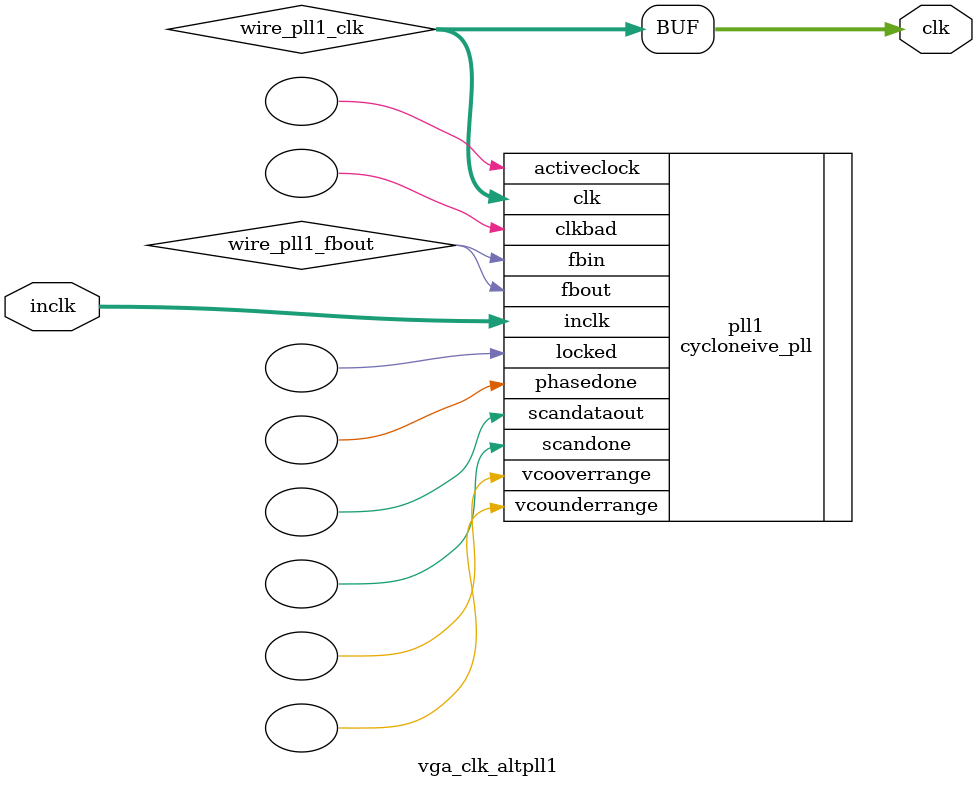
<source format=v>






//synthesis_resources = cycloneive_pll 1 
//synopsys translate_off
`timescale 1 ps / 1 ps
//synopsys translate_on
module  vga_clk_altpll1
	( 
	clk,
	inclk) /* synthesis synthesis_clearbox=1 */;
	output   [4:0]  clk;
	input   [1:0]  inclk;
`ifndef ALTERA_RESERVED_QIS
// synopsys translate_off
`endif
	tri0   [1:0]  inclk;
`ifndef ALTERA_RESERVED_QIS
// synopsys translate_on
`endif

	wire  [4:0]   wire_pll1_clk;
	wire  wire_pll1_fbout;

	cycloneive_pll   pll1
	( 
	.activeclock(),
	.clk(wire_pll1_clk),
	.clkbad(),
	.fbin(wire_pll1_fbout),
	.fbout(wire_pll1_fbout),
	.inclk(inclk),
	.locked(),
	.phasedone(),
	.scandataout(),
	.scandone(),
	.vcooverrange(),
	.vcounderrange()
	`ifndef FORMAL_VERIFICATION
	// synopsys translate_off
	`endif
	,
	.areset(1'b0),
	.clkswitch(1'b0),
	.configupdate(1'b0),
	.pfdena(1'b1),
	.phasecounterselect({3{1'b0}}),
	.phasestep(1'b0),
	.phaseupdown(1'b0),
	.scanclk(1'b0),
	.scanclkena(1'b1),
	.scandata(1'b0)
	`ifndef FORMAL_VERIFICATION
	// synopsys translate_on
	`endif
	);
	defparam
		pll1.bandwidth_type = "auto",
		pll1.clk0_divide_by = 2,
		pll1.clk0_duty_cycle = 50,
		pll1.clk0_multiply_by = 1,
		pll1.clk0_phase_shift = "0",
		pll1.compensate_clock = "clk0",
		pll1.inclk0_input_frequency = 20000,
		pll1.operation_mode = "normal",
		pll1.pll_type = "auto",
		pll1.lpm_type = "cycloneive_pll";
	assign
		clk = {wire_pll1_clk[4:0]};
endmodule //vga_clk_altpll1
//VALID FILE

</source>
